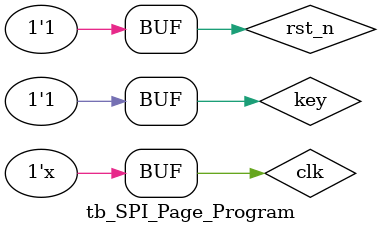
<source format=v>

`timescale 1ns/1ps
module tb_SPI_Page_Program (); /* this is automatically generated */

	reg clk;
	reg rst_n;

	// (*NOTE*) replace reset, clock, others
	reg       key;
	wire       cs;
	wire       spi_clk;
	wire       spi_mosi;
	wire [3:0] led_out;

	initial begin
		clk = 1'd0;
		rst_n = 1'd0;
		#14
		rst_n = 1'd1;
	end

	always #10 clk <= !clk;

	initial begin
		key = 1'd1;
		#200
		key = 1'd0;
		#20_001_000
		key = 1'd1;
	end

	SPI_Page_Program inst_SPI_Page_Program
		(
			.clk      (clk),
			.rst_n    (rst_n),
			.key      (key),
			.cs       (cs),
			.spi_clk  (spi_clk),
			.spi_mosi (spi_mosi),
			.led_out  (led_out)
		);

	
endmodule

</source>
